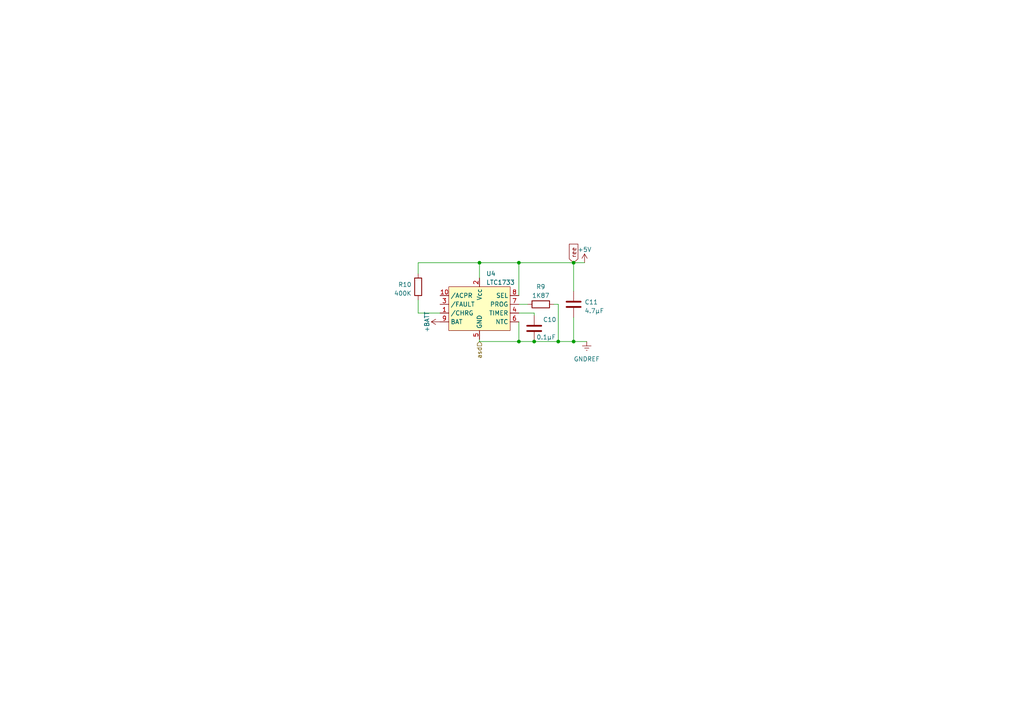
<source format=kicad_sch>
(kicad_sch (version 20230121) (generator eeschema)
  (paper "A4")
  (lib_symbols
    (symbol "Device:C" (pin_numbers hide) (pin_names (offset 0.254))
      (property "Reference" "C" (at 0.635 2.54 0))
      (property "Value" "C" (at 0.635 -2.54 0))
      (symbol "C_0_1"
        (polyline (pts (xy -2.032 -0.762) (xy 2.032 -0.762)) (stroke (width 0.508)))
        (polyline (pts (xy -2.032 0.762) (xy 2.032 0.762)) (stroke (width 0.508)))
      )
      (symbol "C_1_1"
        (pin passive line (at 0 3.81 270) (length 2.794) (name "~") (number "1"))
        (pin passive line (at 0 -3.81 90) (length 2.794) (name "~") (number "2"))
      )
    )
    (symbol "Device:R" (pin_numbers hide) (pin_names (offset 0))
      (property "Reference" "R" (at 2.032 0 90))
      (property "Value" "R" (at 0 0 90))
      (symbol "R_0_1"
        (rectangle (start -1.016 -2.54) (end 1.016 2.54) (stroke (width 0.254)))
      )
      (symbol "R_1_1"
        (pin passive line (at 0 3.81 270) (length 1.27) (name "~") (number "1"))
        (pin passive line (at 0 -3.81 90) (length 1.27) (name "~") (number "2"))
      )
    )
    (symbol "custom_syms:LTC1733"
      (property "Reference" "U" (at 12.7 -1.27 0))
      (property "Value" "LTC1733" (at 2.54 -1.27 0))
      (symbol "LTC1733_1_1"
        (rectangle (start 0 -2.54) (end 17.78 -15.24) (fill (type background)))
        (pin output line (at -2.54 -10.16 0) (length 2.54) (name "/CHRG") (number "1"))
        (pin output line (at -2.54 -5.08 0) (length 2.54) (name "/ACPR") (number "10"))
        (pin power_in line (at 8.89 0 270) (length 2.54) (name "Vcc") (number "2"))
        (pin output line (at -2.54 -7.62 0) (length 2.54) (name "/FAULT") (number "3"))
        (pin input line (at 20.32 -10.16 180) (length 2.54) (name "TIMER") (number "4"))
        (pin power_in line (at 8.89 -17.78 90) (length 2.54) (name "GND") (number "5"))
        (pin input line (at 20.32 -12.7 180) (length 2.54) (name "NTC") (number "6"))
        (pin input line (at 20.32 -7.62 180) (length 2.54) (name "PROG") (number "7"))
        (pin input line (at 20.32 -5.08 180) (length 2.54) (name "SEL") (number "8"))
        (pin power_out line (at -2.54 -12.7 0) (length 2.54) (name "BAT") (number "9"))
      )
    )
    (symbol "power:+5V" (power) (pin_names (offset 0))
      (property "Value" "+5V" (at 0 3.556 0))
      (symbol "+5V_0_1"
        (polyline (pts (xy -0.762 1.27) (xy 0 2.54)))
        (polyline (pts (xy 0 0) (xy 0 2.54)))
        (polyline (pts (xy 0 2.54) (xy 0.762 1.27)))
      )
      (symbol "+5V_1_1"
        (pin power_in line (at 0 0 90) (length 0) hide (name "+5V") (number "1"))
      )
    )
    (symbol "power:+BATT" (power) (pin_names (offset 0))
      (property "Value" "+BATT" (at 0 3.556 0))
      (symbol "+BATT_0_1"
        (polyline (pts (xy -0.762 1.27) (xy 0 2.54)))
        (polyline (pts (xy 0 0) (xy 0 2.54)))
        (polyline (pts (xy 0 2.54) (xy 0.762 1.27)))
      )
      (symbol "+BATT_1_1"
        (pin power_in line (at 0 0 90) (length 0) hide (name "+BATT") (number "1"))
      )
    )
    (symbol "power:GNDREF" (power) (pin_names (offset 0))
      (property "Value" "GNDREF" (at 0 -3.81 0))
      (symbol "GNDREF_0_1"
        (polyline (pts (xy -0.635 -1.905) (xy 0.635 -1.905)))
        (polyline (pts (xy -0.127 -2.54) (xy 0.127 -2.54)))
        (polyline (pts (xy 0 -1.27) (xy 0 0)))
        (polyline (pts (xy 1.27 -1.27) (xy -1.27 -1.27)))
      )
      (symbol "GNDREF_1_1"
        (pin power_in line (at 0 0 270) (length 0) hide (name "GNDREF") (number "1"))
      )
    )
  )
  (junction (at 161.925 99.06))
  (junction (at 154.94 99.06))
  (junction (at 150.495 99.06))
  (junction (at 166.37 99.06))
  (junction (at 166.37 76.2))
  (junction (at 139.065 76.2))
  (junction (at 150.495 76.2))
  (wire (pts (xy 150.495 90.805) (xy 154.94 90.805)))
  (wire (pts (xy 150.495 99.06) (xy 154.94 99.06)))
  (wire (pts (xy 166.37 84.455) (xy 166.37 76.2)))
  (wire (pts (xy 121.285 79.375) (xy 121.285 76.2)))
  (wire (pts (xy 166.37 92.075) (xy 166.37 99.06)))
  (wire (pts (xy 139.065 80.645) (xy 139.065 76.2)))
  (wire (pts (xy 121.285 90.805) (xy 127.635 90.805)))
  (wire (pts (xy 169.545 76.2) (xy 166.37 76.2)))
  (wire (pts (xy 153.035 88.265) (xy 150.495 88.265)))
  (wire (pts (xy 170.18 99.06) (xy 166.37 99.06)))
  (wire (pts (xy 161.925 99.06) (xy 154.94 99.06)))
  (wire (pts (xy 139.065 99.06) (xy 139.065 98.425)))
  (wire (pts (xy 166.37 99.06) (xy 161.925 99.06)))
  (wire (pts (xy 166.37 76.2) (xy 150.495 76.2)))
  (wire (pts (xy 154.94 90.805) (xy 154.94 91.44)))
  (wire (pts (xy 150.495 99.06) (xy 139.065 99.06)))
  (wire (pts (xy 150.495 85.725) (xy 150.495 76.2)))
  (wire (pts (xy 121.285 76.2) (xy 139.065 76.2)))
  (wire (pts (xy 150.495 93.345) (xy 150.495 99.06)))
  (wire (pts (xy 121.285 86.995) (xy 121.285 90.805)))
  (wire (pts (xy 161.925 88.265) (xy 161.925 99.06)))
  (wire (pts (xy 139.065 76.2) (xy 150.495 76.2)))
  (wire (pts (xy 161.925 88.265) (xy 160.655 88.265)))
  (global_label "ree" (shape input) (at 166.37 76.2 90) (property "Intersheetrefs" "${INTERSHEET_REFS}" (effects hide)))
  (hierarchical_label "asd" (shape input) (at 139.065 99.06 270))
  (symbol (lib_id "custom_syms:LTC1733") (at 130.175 80.645 0) (unit 1)
    (property "Reference" "U4" (at 141.0209 79.375 0) (effects (justify left)))
    (property "Value" "LTC1733" (at 141.0209 81.915 0) (effects (justify left)))
    (property "Footprint" "Package_SO:MSOP-10-1EP_3x3mm_P0.5mm_EP2.2x3.1mm_Mask1.83x1.89mm_ThermalVias" (effects hide))
    (instances (project "teensy_daughterboard" (path "" (reference "U4") (unit 1)) (path "" (reference "U7") (unit 1))))
  )
  (symbol (lib_id "Device:C") (at 166.37 88.265 0) (unit 1)
    (property "Reference" "C11" (at 169.545 87.63 0) (effects (justify left)))
    (property "Value" "4.7µF" (at 169.545 90.17 0) (effects (justify left)))
    (property "Footprint" "Capacitor_SMD:C_0603_1608Metric_Pad1.08x0.95mm_HandSolder" (effects hide))
    (instances (project "teensy_daughterboard" (path "" (reference "C11") (unit 1)) (path "" (reference "C15") (unit 1))))
  )
  (symbol (lib_id "Device:C") (at 154.94 95.25 0) (unit 1)
    (property "Reference" "C10" (at 157.48 92.71 0) (effects (justify left)))
    (property "Value" "0.1µF" (at 155.575 97.79 0) (effects (justify left)))
    (property "Footprint" "Capacitor_SMD:C_0603_1608Metric_Pad1.08x0.95mm_HandSolder" (effects hide))
    (instances (project "teensy_daughterboard" (path "" (reference "C10") (unit 1)) (path "" (reference "C14") (unit 1))))
  )
  (symbol (lib_id "power:GNDREF") (at 170.18 99.06 0) (unit 1)
    (property "Reference" "#PWR018" (effects hide))
    (property "Value" "GNDREF" (at 170.18 104.14 0))
    (instances (project "teensy_daughterboard" (path "" (reference "#PWR018") (unit 1)) (path "" (reference "#PWR028") (unit 1))))
  )
  (symbol (lib_id "power:+5V") (at 169.545 76.2 0) (unit 1)
    (property "Reference" "#PWR019" (effects hide))
    (property "Value" "+5V" (at 169.545 72.39 0))
    (instances (project "teensy_daughterboard" (path "" (reference "#PWR019") (unit 1)) (path "" (reference "#PWR027") (unit 1))))
  )
  (symbol (lib_id "power:+BATT") (at 127.635 93.345 90) (unit 1)
    (property "Reference" "#PWR02" (effects hide))
    (property "Value" "+BATT" (at 123.825 93.345 0))
    (instances (project "teensy_daughterboard" (path "" (reference "#PWR02") (unit 1)) (path "" (reference "#PWR026") (unit 1))))
  )
  (symbol (lib_id "Device:R") (at 156.845 88.265 90) (unit 1)
    (property "Reference" "R9" (at 156.845 83.185 90))
    (property "Value" "1K87" (at 156.845 85.725 90))
    (property "Footprint" "Resistor_SMD:R_0603_1608Metric_Pad0.98x0.95mm_HandSolder" (effects hide))
    (instances (project "teensy_daughterboard" (path "" (reference "R9") (unit 1)) (path "" (reference "R14") (unit 1))))
  )
  (symbol (lib_id "Device:R") (at 121.285 83.185 0) (mirror x) (unit 1)
    (property "Reference" "R10" (at 119.38 82.55 0) (effects (justify right)))
    (property "Value" "400K" (at 119.38 85.09 0) (effects (justify right)))
    (property "Footprint" "Resistor_SMD:R_0603_1608Metric_Pad0.98x0.95mm_HandSolder" (effects hide))
    (instances (project "teensy_daughterboard" (path "" (reference "R10") (unit 1)) (path "" (reference "R13") (unit 1))))
  )
)
</source>
